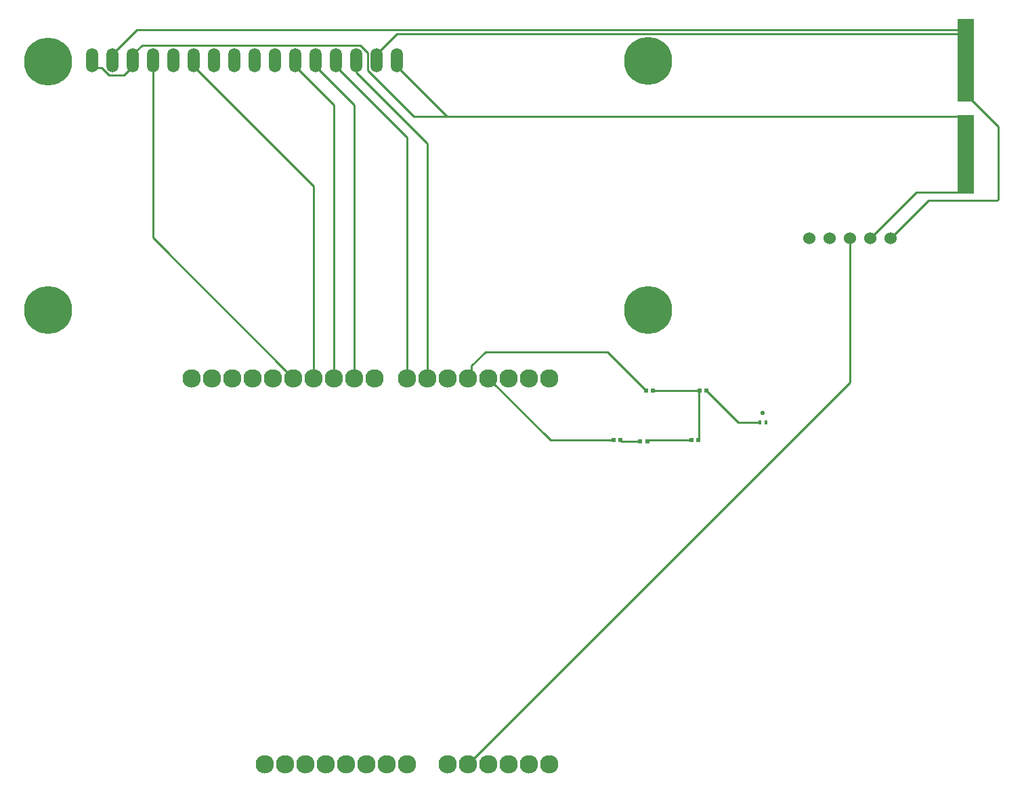
<source format=gbr>
G04*
G04 #@! TF.GenerationSoftware,Altium Limited,Altium Designer,25.1.2 (22)*
G04*
G04 Layer_Physical_Order=1*
G04 Layer_Color=255*
%FSLAX44Y44*%
%MOMM*%
G71*
G04*
G04 #@! TF.SameCoordinates,9535EB50-0258-4A23-84A0-ABDCE19BAB1E*
G04*
G04*
G04 #@! TF.FilePolarity,Positive*
G04*
G01*
G75*
%ADD10C,0.2540*%
G04:AMPARAMS|DCode=18|XSize=0.55mm|YSize=0.5mm|CornerRadius=0.0625mm|HoleSize=0mm|Usage=FLASHONLY|Rotation=90.000|XOffset=0mm|YOffset=0mm|HoleType=Round|Shape=RoundedRectangle|*
%AMROUNDEDRECTD18*
21,1,0.5500,0.3750,0,0,90.0*
21,1,0.4250,0.5000,0,0,90.0*
1,1,0.1250,0.1875,0.2125*
1,1,0.1250,0.1875,-0.2125*
1,1,0.1250,-0.1875,-0.2125*
1,1,0.1250,-0.1875,0.2125*
%
%ADD18ROUNDEDRECTD18*%
G04:AMPARAMS|DCode=19|XSize=0.4mm|YSize=0.45mm|CornerRadius=0.06mm|HoleSize=0mm|Usage=FLASHONLY|Rotation=0.000|XOffset=0mm|YOffset=0mm|HoleType=Round|Shape=RoundedRectangle|*
%AMROUNDEDRECTD19*
21,1,0.4000,0.3300,0,0,0.0*
21,1,0.2800,0.4500,0,0,0.0*
1,1,0.1200,0.1400,-0.1650*
1,1,0.1200,-0.1400,-0.1650*
1,1,0.1200,-0.1400,0.1650*
1,1,0.1200,0.1400,0.1650*
%
%ADD19ROUNDEDRECTD19*%
G04:AMPARAMS|DCode=20|XSize=0.5mm|YSize=0.45mm|CornerRadius=0.0675mm|HoleSize=0mm|Usage=FLASHONLY|Rotation=0.000|XOffset=0mm|YOffset=0mm|HoleType=Round|Shape=RoundedRectangle|*
%AMROUNDEDRECTD20*
21,1,0.5000,0.3150,0,0,0.0*
21,1,0.3650,0.4500,0,0,0.0*
1,1,0.1350,0.1825,-0.1575*
1,1,0.1350,-0.1825,-0.1575*
1,1,0.1350,-0.1825,0.1575*
1,1,0.1350,0.1825,0.1575*
%
%ADD20ROUNDEDRECTD20*%
%ADD28R,2.0320X10.4140*%
%ADD29R,2.1590X9.7790*%
%ADD30O,1.5080X3.0160*%
%ADD31C,6.0000*%
%ADD32C,1.5240*%
%ADD33C,2.3000*%
D10*
X697230Y1191260D02*
Y1206500D01*
Y1191260D02*
X786210Y1102280D01*
Y809020D02*
Y1102280D01*
X768889Y1136650D02*
X810340D01*
X711280Y1194259D02*
Y1216041D01*
Y1194259D02*
X768889Y1136650D01*
X417830Y1198960D02*
Y1206500D01*
X406480Y1187610D02*
X417830Y1198960D01*
X387729Y1187610D02*
X406480D01*
X378380Y1196959D02*
X387729Y1187610D01*
X372823Y1196959D02*
X378380D01*
X367030Y1202751D02*
X372823Y1196959D01*
X367030Y1202751D02*
Y1206500D01*
X1459230Y1051560D02*
Y1056640D01*
X810340Y1136650D02*
X1449070D01*
X417830Y1206500D02*
Y1214040D01*
X429180Y1225390D01*
X701931D01*
X711280Y1216041D01*
X1449070Y1136650D02*
X1456690Y1129030D01*
Y1117600D02*
Y1129030D01*
X748030Y1198960D02*
X810340Y1136650D01*
X671830Y1198960D02*
X760810Y1109980D01*
Y809020D02*
Y1109980D01*
X694770Y809020D02*
Y1150620D01*
X646430Y1198960D02*
X694770Y1150620D01*
X671830Y1198960D02*
Y1206500D01*
X443230Y984360D02*
X618570Y809020D01*
X443230Y984360D02*
Y1206500D01*
X643970Y809020D02*
Y1049020D01*
X494030Y1198960D02*
X643970Y1049020D01*
X392430Y1214040D02*
X422780Y1244390D01*
X1455210D01*
X1459230Y1248410D01*
X669370Y809020D02*
Y1150620D01*
X621030Y1198960D02*
X669370Y1150620D01*
X494030Y1198960D02*
Y1206500D01*
X748030Y1198960D02*
Y1206500D01*
X392430D02*
Y1214040D01*
X722630Y1206500D02*
Y1214040D01*
X747900Y1239310D01*
X1450340D01*
X1460500Y1229150D01*
Y1188720D02*
Y1229150D01*
X1466850Y1156970D02*
Y1160780D01*
Y1156970D02*
X1499870Y1123950D01*
Y1032728D02*
Y1123950D01*
X1498382Y1031240D02*
X1499870Y1032728D01*
X1412240Y1031240D02*
X1498382D01*
X1365250Y984250D02*
X1412240Y1031240D01*
X1457960Y1055370D02*
X1459230Y1056640D01*
X1449070Y1041400D02*
X1459230Y1051560D01*
X1397000Y1041400D02*
X1449070D01*
X1339850Y984250D02*
X1397000Y1041400D01*
X1314450Y803860D02*
Y984250D01*
X837010Y326420D02*
X1314450Y803860D01*
X1134800Y793500D02*
Y793750D01*
Y793500D02*
X1174590Y753710D01*
X1201230D01*
X1068070Y793750D02*
X1125800D01*
X1125245Y732075D02*
Y793195D01*
X1125800Y793750D01*
X1124690Y731520D02*
X1125245Y732075D01*
X1061890Y731520D02*
X1115590D01*
X1057840Y795230D02*
X1059070Y794000D01*
X1010810Y842010D02*
X1057590Y795230D01*
X858520Y842010D02*
X1010810D01*
X1059070Y793750D02*
Y794000D01*
X1057590Y795230D02*
X1057840D01*
X837010Y809020D02*
X840840Y812850D01*
Y824330D02*
X858520Y842010D01*
X840840Y812850D02*
Y824330D01*
X621030Y1198960D02*
Y1206500D01*
X646430Y1198960D02*
Y1206500D01*
X697230Y1198960D02*
Y1206500D01*
X862410Y809020D02*
X939910Y731520D01*
X1018430D01*
X1027430Y731480D02*
Y731520D01*
Y731480D02*
X1028660Y730250D01*
X1051560D01*
X1060660D02*
Y730290D01*
X1061890Y731520D01*
D18*
X1134800Y793750D02*
D03*
X1125800D02*
D03*
X1059070D02*
D03*
X1068070D02*
D03*
X1018430Y731520D02*
D03*
X1027430D02*
D03*
X1124690Y731520D02*
D03*
X1115590D02*
D03*
X1060660Y730250D02*
D03*
X1051560D02*
D03*
D19*
X1201230Y753710D02*
D03*
X1209230D02*
D03*
D20*
X1205230Y765210D02*
D03*
D28*
X1459230Y1206500D02*
D03*
D29*
X1458595Y1089025D02*
D03*
D30*
X367030Y1206500D02*
D03*
X392430D02*
D03*
X417830D02*
D03*
X443230D02*
D03*
X468630D02*
D03*
X494030D02*
D03*
X519430D02*
D03*
X544830D02*
D03*
X570230D02*
D03*
X595630D02*
D03*
X621030D02*
D03*
X646430D02*
D03*
X671830D02*
D03*
X697230D02*
D03*
X722630D02*
D03*
X748030D02*
D03*
D31*
X312030Y1204500D02*
D03*
X1062030Y1205500D02*
D03*
X312030Y894500D02*
D03*
X1062030D02*
D03*
D32*
X1365250Y984250D02*
D03*
X1339850D02*
D03*
X1263650D02*
D03*
X1289050D02*
D03*
X1314450D02*
D03*
D33*
X760810Y809020D02*
D03*
X786210D02*
D03*
X811610D02*
D03*
X837010D02*
D03*
X862410D02*
D03*
X887810D02*
D03*
X913210D02*
D03*
X938610D02*
D03*
X491570D02*
D03*
X516970D02*
D03*
X542370D02*
D03*
X567770D02*
D03*
X593170D02*
D03*
X618570D02*
D03*
X643970D02*
D03*
X669370D02*
D03*
X694770D02*
D03*
X720170D02*
D03*
X938610Y326420D02*
D03*
X913210D02*
D03*
X887810D02*
D03*
X862410D02*
D03*
X837010D02*
D03*
X811610D02*
D03*
X760810D02*
D03*
X735410D02*
D03*
X710010D02*
D03*
X684610D02*
D03*
X659210D02*
D03*
X633810D02*
D03*
X608410D02*
D03*
X583010D02*
D03*
M02*

</source>
